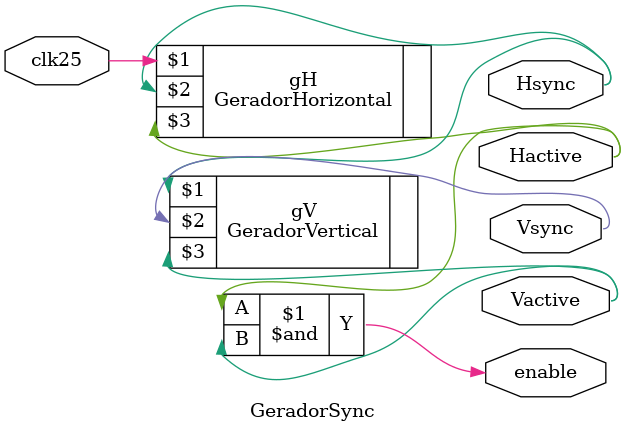
<source format=v>
module GeradorSync (
    input wire clk25,
    output wire Hsync, Hactive,
    output wire Vsync, Vactive,
    output wire enable
);

    GeradorHorizontal gH(clk25,Hsync, Hactive);
    GeradorVertical gV(Hsync,Vsync, Vactive);
    assign enable = Hactive & Vactive;
    
endmodule
</source>
